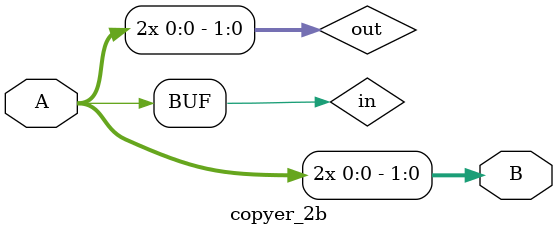
<source format=v>


module copyer_2b(
	A,
	B
);


input wire	[0:0] A;
output wire	[1:0] B;

wire	[0:0] in;
wire	[1:0] out;




assign	out[1] = in;


assign	out[0] = in;


assign	B = out;
assign	in = A;

endmodule

</source>
